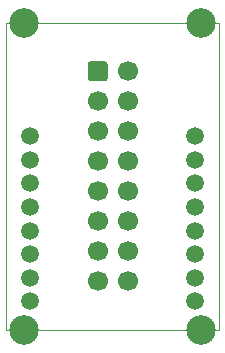
<source format=gbr>
G04 #@! TF.GenerationSoftware,KiCad,Pcbnew,6.0.10+dfsg-1~bpo11+1*
G04 #@! TF.ProjectId,top,746f702e-6b69-4636-9164-5f7063625858,rev?*
G04 #@! TF.SameCoordinates,Original*
G04 #@! TF.FileFunction,Copper,L2,Bot*
G04 #@! TF.FilePolarity,Positive*
%FSLAX46Y46*%
G04 Gerber Fmt 4.6, Leading zero omitted, Abs format (unit mm)*
%MOMM*%
%LPD*%
G01*
G04 APERTURE LIST*
G04 #@! TA.AperFunction,Profile*
%ADD10C,0.120000*%
G04 #@! TD*
G04 #@! TA.AperFunction,ComponentPad*
%ADD11C,1.500000*%
G04 #@! TD*
G04 #@! TA.AperFunction,ComponentPad*
%ADD12C,2.500000*%
G04 #@! TD*
G04 #@! TA.AperFunction,ComponentPad*
%ADD13C,1.700000*%
G04 #@! TD*
G04 APERTURE END LIST*
D10*
X166500000Y-100000000D02*
X184500000Y-100000000D01*
X184500000Y-100000000D02*
X184500000Y-126000000D01*
X184500000Y-126000000D02*
X166500000Y-126000000D01*
X166500000Y-126000000D02*
X166500000Y-100000000D01*
D11*
X168500000Y-109600000D03*
X168500000Y-111600000D03*
X168500000Y-113600000D03*
X168500000Y-115600000D03*
X168500000Y-117600000D03*
X168500000Y-119600000D03*
X168500000Y-121600000D03*
X168500000Y-123600000D03*
X182500000Y-123600000D03*
X182500000Y-121600000D03*
X182500000Y-119600000D03*
X182500000Y-117600000D03*
X182500000Y-115600000D03*
X182500000Y-113600000D03*
X182500000Y-111600000D03*
X182500000Y-109600000D03*
D12*
X168000000Y-100000000D03*
X183000000Y-100000000D03*
X183000000Y-126000000D03*
X168000000Y-126000000D03*
G04 #@! TA.AperFunction,ComponentPad*
G36*
G01*
X173402500Y-104710000D02*
X173402500Y-103510000D01*
G75*
G02*
X173652500Y-103260000I250000J0D01*
G01*
X174852500Y-103260000D01*
G75*
G02*
X175102500Y-103510000I0J-250000D01*
G01*
X175102500Y-104710000D01*
G75*
G02*
X174852500Y-104960000I-250000J0D01*
G01*
X173652500Y-104960000D01*
G75*
G02*
X173402500Y-104710000I0J250000D01*
G01*
G37*
G04 #@! TD.AperFunction*
D13*
X176792500Y-104110000D03*
X174252500Y-106650000D03*
X176792500Y-106650000D03*
X174252500Y-109190000D03*
X176792500Y-109190000D03*
X174252500Y-111730000D03*
X176792500Y-111730000D03*
X174252500Y-114270000D03*
X176792500Y-114270000D03*
X174252500Y-116810000D03*
X176792500Y-116810000D03*
X174252500Y-119350000D03*
X176792500Y-119350000D03*
X174252500Y-121890000D03*
X176792500Y-121890000D03*
M02*

</source>
